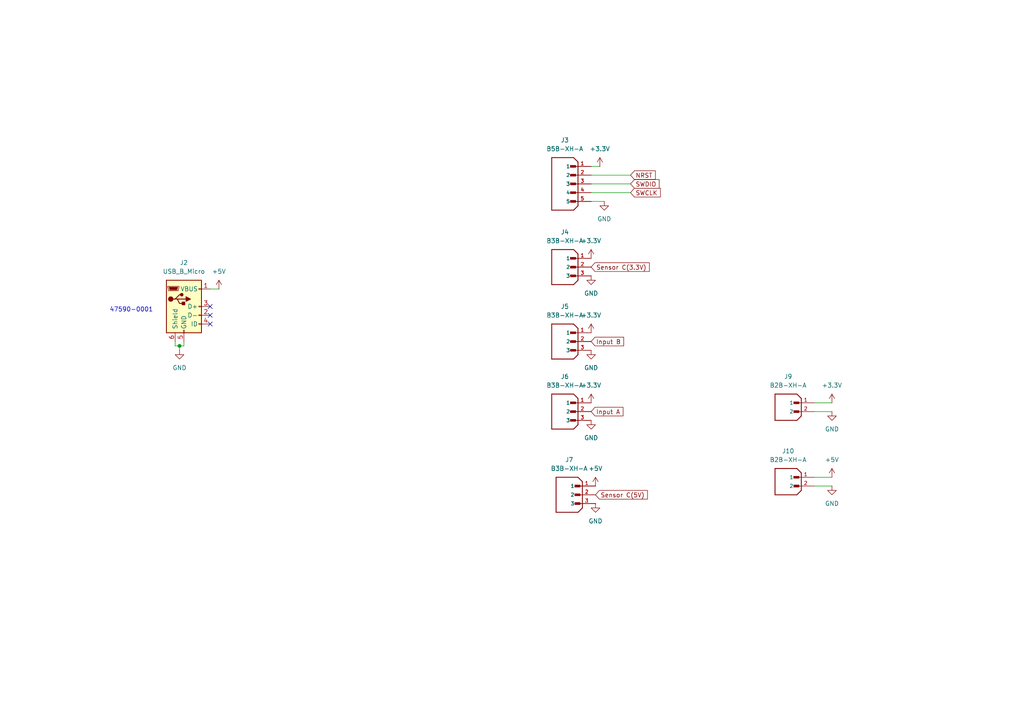
<source format=kicad_sch>
(kicad_sch (version 20250114) (generator "eeschema") (generator_version "9.0")
  (paper "A4")
  (lib_symbols
    (symbol "B2B-XH-A:B2B-XH-A" (pin_names (offset 1.016))
      (property "Reference" "J" (at -2.54 6.35 0))
      (property "Value" "B2B-XH-A" (at -2.54 -5.08 0))
      (symbol "B2B-XH-A_0_0"
        (polyline (pts (xy -3.81 3.81) (xy -3.81 -1.27)) (stroke (width 0.254)))
        (polyline (pts (xy -3.81 3.81) (xy -2.54 5.08)) (stroke (width 0.254)))
        (polyline (pts (xy -3.81 -1.27) (xy -2.54 -2.54)) (stroke (width 0.254)))
        (rectangle (start -3.175 2.2225) (end -1.5875 2.8575) (stroke (width 0.1)) (fill (type outline)))
        (rectangle (start -3.175 -0.3175) (end -1.5875 0.3175) (stroke (width 0.1)) (fill (type outline)))
        (polyline (pts (xy -2.54 -2.54) (xy 3.81 -2.54)) (stroke (width 0.254)))
        (polyline (pts (xy 3.81 5.08) (xy -2.54 5.08)) (stroke (width 0.254)))
        (polyline (pts (xy 3.81 -2.54) (xy 3.81 5.08)) (stroke (width 0.254)))
        (pin passive line (at -7.62 2.54 0) (length 5.08) (name "1") (number "1"))
        (pin passive line (at -7.62 0 0) (length 5.08) (name "2") (number "2"))
      )
    )
    (symbol "B3B-XH-A:B3B-XH-A" (pin_names (offset 1.016))
      (property "Reference" "J" (at -2.54 6.35 0))
      (property "Value" "B3B-XH-A" (at -2.54 -7.62 0))
      (symbol "B3B-XH-A_0_0"
        (polyline (pts (xy -3.81 3.81) (xy -3.81 -3.81)) (stroke (width 0.254)))
        (polyline (pts (xy -3.81 3.81) (xy -2.54 5.08)) (stroke (width 0.254)))
        (polyline (pts (xy -3.81 -3.81) (xy -2.54 -5.08)) (stroke (width 0.254)))
        (rectangle (start -3.175 2.2225) (end -1.5875 2.8575) (stroke (width 0.1)) (fill (type outline)))
        (rectangle (start -3.175 -0.3175) (end -1.5875 0.3175) (stroke (width 0.1)) (fill (type outline)))
        (rectangle (start -3.175 -2.8575) (end -1.5875 -2.2225) (stroke (width 0.1)) (fill (type outline)))
        (polyline (pts (xy -2.54 -5.08) (xy 3.81 -5.08)) (stroke (width 0.254)))
        (polyline (pts (xy 3.81 5.08) (xy -2.54 5.08)) (stroke (width 0.254)))
        (polyline (pts (xy 3.81 -5.08) (xy 3.81 5.08)) (stroke (width 0.254)))
        (pin passive line (at -7.62 2.54 0) (length 5.08) (name "1") (number "1"))
        (pin passive line (at -7.62 0 0) (length 5.08) (name "2") (number "2"))
        (pin passive line (at -7.62 -2.54 0) (length 5.08) (name "3") (number "3"))
      )
    )
    (symbol "B5B-XH-A:B5B-XH-A" (pin_names (offset 1.016))
      (property "Reference" "J" (at -2.54 8.89 0))
      (property "Value" "B5B-XH-A" (at -2.54 -10.16 0))
      (symbol "B5B-XH-A_0_0"
        (polyline (pts (xy -3.81 6.35) (xy -3.81 -6.35)) (stroke (width 0.254)))
        (polyline (pts (xy -3.81 6.35) (xy -2.54 7.62)) (stroke (width 0.254)))
        (polyline (pts (xy -3.81 -6.35) (xy -2.54 -7.62)) (stroke (width 0.254)))
        (rectangle (start -3.175 4.7625) (end -1.5875 5.3975) (stroke (width 0.1)) (fill (type outline)))
        (rectangle (start -3.175 2.2225) (end -1.5875 2.8575) (stroke (width 0.1)) (fill (type outline)))
        (rectangle (start -3.175 -0.3175) (end -1.5875 0.3175) (stroke (width 0.1)) (fill (type outline)))
        (rectangle (start -3.175 -2.8575) (end -1.5875 -2.2225) (stroke (width 0.1)) (fill (type outline)))
        (rectangle (start -3.175 -5.3975) (end -1.5875 -4.7625) (stroke (width 0.1)) (fill (type outline)))
        (polyline (pts (xy -2.54 -7.62) (xy 3.81 -7.62)) (stroke (width 0.254)))
        (polyline (pts (xy 3.81 7.62) (xy -2.54 7.62)) (stroke (width 0.254)))
        (polyline (pts (xy 3.81 -7.62) (xy 3.81 7.62)) (stroke (width 0.254)))
        (pin passive line (at -7.62 5.08 0) (length 5.08) (name "1") (number "1"))
        (pin passive line (at -7.62 2.54 0) (length 5.08) (name "2") (number "2"))
        (pin passive line (at -7.62 0 0) (length 5.08) (name "3") (number "3"))
        (pin passive line (at -7.62 -2.54 0) (length 5.08) (name "4") (number "4"))
        (pin passive line (at -7.62 -5.08 0) (length 5.08) (name "5") (number "5"))
      )
    )
    (symbol "Connector:USB_B_Micro" (pin_names (offset 1.016))
      (property "Reference" "J" (at -5.08 11.43 0))
      (property "Value" "USB_B_Micro" (at -5.08 8.89 0))
      (symbol "USB_B_Micro_0_1"
        (rectangle (start -5.08 -7.62) (end 5.08 7.62) (stroke (width 0.254)) (fill (type background)))
        (polyline (pts (xy -4.699 5.842) (xy -4.699 5.588) (xy -4.445 4.826) (xy -4.445 4.572) (xy -1.651 4.572) (xy -1.651 4.826) (xy -1.397 5.588) (xy -1.397 5.842) (xy -4.699 5.842)))
        (polyline (pts (xy -4.318 5.588) (xy -1.778 5.588) (xy -2.032 4.826) (xy -4.064 4.826) (xy -4.318 5.588)) (fill (type outline)))
        (circle (center -3.81 2.159) (radius 0.635) (stroke (width 0.254)) (fill (type outline)))
        (polyline (pts (xy -3.175 2.159) (xy -2.54 2.159) (xy -1.27 3.429) (xy -0.635 3.429)) (stroke (width 0.254)))
        (polyline (pts (xy -2.54 2.159) (xy -1.905 2.159) (xy -1.27 0.889) (xy 0 0.889)) (stroke (width 0.254)))
        (polyline (pts (xy -1.905 2.159) (xy 0.635 2.159)) (stroke (width 0.254)))
        (circle (center -0.635 3.429) (radius 0.381) (stroke (width 0.254)) (fill (type outline)))
        (rectangle (start -0.127 -7.62) (end 0.127 -6.858))
        (rectangle (start 0.254 1.27) (end -0.508 0.508) (stroke (width 0.254)) (fill (type outline)))
        (polyline (pts (xy 0.635 2.794) (xy 0.635 1.524) (xy 1.905 2.159) (xy 0.635 2.794)) (stroke (width 0.254)) (fill (type outline)))
        (rectangle (start 5.08 4.953) (end 4.318 5.207))
        (rectangle (start 5.08 -0.127) (end 4.318 0.127))
        (rectangle (start 5.08 -2.667) (end 4.318 -2.413))
        (rectangle (start 5.08 -5.207) (end 4.318 -4.953))
      )
      (symbol "USB_B_Micro_1_1"
        (pin passive line (at -2.54 -10.16 90) (length 2.54) (name "Shield") (number "6"))
        (pin power_out line (at 0 -10.16 90) (length 2.54) (name "GND") (number "5"))
        (pin power_out line (at 7.62 5.08 180) (length 2.54) (name "VBUS") (number "1"))
        (pin bidirectional line (at 7.62 0 180) (length 2.54) (name "D+") (number "3"))
        (pin bidirectional line (at 7.62 -2.54 180) (length 2.54) (name "D-") (number "2"))
        (pin passive line (at 7.62 -5.08 180) (length 2.54) (name "ID") (number "4"))
      )
    )
    (symbol "power:+3.3V" (power) (pin_numbers (hide yes)) (pin_names (offset 0) (hide yes))
      (property "Value" "+3.3V" (at 0 3.556 0))
      (symbol "+3.3V_0_1"
        (polyline (pts (xy -0.762 1.27) (xy 0 2.54)))
        (polyline (pts (xy 0 2.54) (xy 0.762 1.27)))
        (polyline (pts (xy 0 0) (xy 0 2.54)))
      )
      (symbol "+3.3V_1_1"
        (pin power_in line (at 0 0 90) (length 0) (name "~") (number "1"))
      )
    )
    (symbol "power:+5V" (power) (pin_numbers (hide yes)) (pin_names (offset 0) (hide yes))
      (property "Value" "+5V" (at 0 3.556 0))
      (symbol "+5V_0_1"
        (polyline (pts (xy -0.762 1.27) (xy 0 2.54)))
        (polyline (pts (xy 0 2.54) (xy 0.762 1.27)))
        (polyline (pts (xy 0 0) (xy 0 2.54)))
      )
      (symbol "+5V_1_1"
        (pin power_in line (at 0 0 90) (length 0) (name "~") (number "1"))
      )
    )
    (symbol "power:GND" (power) (pin_numbers (hide yes)) (pin_names (offset 0) (hide yes))
      (property "Value" "GND" (at 0 -3.81 0))
      (symbol "GND_0_1"
        (polyline (pts (xy 0 0) (xy 0 -1.27) (xy 1.27 -1.27) (xy 0 -2.54) (xy -1.27 -1.27) (xy 0 -1.27)))
      )
      (symbol "GND_1_1"
        (pin power_in line (at 0 0 270) (length 0) (name "~") (number "1"))
      )
    )
  )
  (text "47590-0001" (at 38.1 89.916 0) (effects (font (size 1.27 1.27))))
  (junction (at 52.07 100.33))
  (no_connect (at 60.96 93.98))
  (no_connect (at 60.96 91.44))
  (no_connect (at 60.96 88.9))
  (wire (pts (xy 171.45 58.42) (xy 175.26 58.42)))
  (wire (pts (xy 60.96 83.82) (xy 63.5 83.82)))
  (wire (pts (xy 236.22 140.97) (xy 241.3 140.97)))
  (wire (pts (xy 53.34 100.33) (xy 53.34 99.06)))
  (wire (pts (xy 236.22 116.84) (xy 241.3 116.84)))
  (wire (pts (xy 52.07 100.33) (xy 52.07 101.6)))
  (wire (pts (xy 52.07 100.33) (xy 53.34 100.33)))
  (wire (pts (xy 50.8 99.06) (xy 50.8 100.33)))
  (wire (pts (xy 182.88 53.34) (xy 171.45 53.34)))
  (wire (pts (xy 236.22 119.38) (xy 241.3 119.38)))
  (wire (pts (xy 236.22 138.43) (xy 241.3 138.43)))
  (wire (pts (xy 50.8 100.33) (xy 52.07 100.33)))
  (wire (pts (xy 171.45 48.26) (xy 173.99 48.26)))
  (wire (pts (xy 182.88 50.8) (xy 171.45 50.8)))
  (wire (pts (xy 182.88 55.88) (xy 171.45 55.88)))
  (global_label "SWDIO" (shape input) (at 182.88 53.34 0) (property "Intersheetrefs" "${INTERSHEET_REFS}" (effects (hide yes))))
  (global_label "SWCLK" (shape input) (at 182.88 55.88 0) (property "Intersheetrefs" "${INTERSHEET_REFS}" (effects (hide yes))))
  (global_label "Input B" (shape input) (at 171.45 99.06 0) (property "Intersheetrefs" "${INTERSHEET_REFS}" (effects (hide yes))))
  (global_label "NRST" (shape input) (at 182.88 50.8 0) (property "Intersheetrefs" "${INTERSHEET_REFS}" (effects (hide yes))))
  (global_label "Sensor C(3.3V)" (shape input) (at 171.45 77.47 0) (property "Intersheetrefs" "${INTERSHEET_REFS}" (effects (hide yes))))
  (global_label "Input A" (shape input) (at 171.45 119.38 0) (property "Intersheetrefs" "${INTERSHEET_REFS}" (effects (hide yes))))
  (global_label "Sensor C(5V)" (shape input) (at 172.72 143.51 0) (property "Intersheetrefs" "${INTERSHEET_REFS}" (effects (hide yes))))
  (symbol (lib_id "B3B-XH-A:B3B-XH-A") (at 163.83 119.38 0) (mirror y) (unit 1)
    (property "Reference" "J6" (at 163.83 109.22 0))
    (property "Value" "B3B-XH-A" (at 163.83 111.76 0))
    (property "Footprint" "Footprints:JST_B3B-XH-A" (effects (hide yes)))
    (property "PARTREV" "7/4/21" (effects (hide yes)))
    (property "STANDARD" "Manufacturer Recommendations" (effects (hide yes)))
    (property "MAXIMUM_PACKAGE_HEIGHT" "7.00 mm" (effects (hide yes)))
    (property "MANUFACTURER" "JST Sales America Inc." (effects (hide yes)))
  )
  (symbol (lib_id "power:+5V") (at 241.3 138.43 0) (unit 1)
    (property "Reference" "#PWR077" (effects (hide yes)))
    (property "Value" "+5V" (at 241.3 133.35 0))
    (property "Description" "Power symbol creates a global label with name \"+5V\"" (effects (hide yes)))
  )
  (symbol (lib_id "power:+5V") (at 63.5 83.82 0) (unit 1)
    (property "Reference" "#PWR032" (effects (hide yes)))
    (property "Value" "+5V" (at 63.5 78.74 0))
    (property "Description" "Power symbol creates a global label with name \"+5V\"" (effects (hide yes)))
  )
  (symbol (lib_id "B5B-XH-A:B5B-XH-A") (at 163.83 53.34 0) (mirror y) (unit 1)
    (property "Reference" "J3" (at 163.83 40.64 0))
    (property "Value" "B5B-XH-A" (at 163.83 43.18 0))
    (property "Footprint" "Footprints:JST_B5B-XH-A" (effects (hide yes)))
    (property "PARTREV" "7/4/21" (effects (hide yes)))
    (property "STANDARD" "Manufacturer Recommendations" (effects (hide yes)))
    (property "MAXIMUM_PACKAGE_HEIGHT" "7.00 mm" (effects (hide yes)))
    (property "MANUFACTURER" "JST" (effects (hide yes)))
  )
  (symbol (lib_id "power:+3.3V") (at 171.45 96.52 0) (unit 1)
    (property "Reference" "#PWR070" (effects (hide yes)))
    (property "Value" "+3.3V" (at 171.45 91.44 0))
    (property "Description" "Power symbol creates a global label with name \"+3.3V\"" (effects (hide yes)))
  )
  (symbol (lib_id "B3B-XH-A:B3B-XH-A") (at 163.83 77.47 0) (mirror y) (unit 1)
    (property "Reference" "J4" (at 163.83 67.31 0))
    (property "Value" "B3B-XH-A" (at 163.83 69.85 0))
    (property "Footprint" "Footprints:JST_B3B-XH-A" (effects (hide yes)))
    (property "PARTREV" "7/4/21" (effects (hide yes)))
    (property "STANDARD" "Manufacturer Recommendations" (effects (hide yes)))
    (property "MAXIMUM_PACKAGE_HEIGHT" "7.00 mm" (effects (hide yes)))
    (property "MANUFACTURER" "JST Sales America Inc." (effects (hide yes)))
  )
  (symbol (lib_id "power:+3.3V") (at 171.45 74.93 0) (unit 1)
    (property "Reference" "#PWR071" (effects (hide yes)))
    (property "Value" "+3.3V" (at 171.45 69.85 0))
    (property "Description" "Power symbol creates a global label with name \"+3.3V\"" (effects (hide yes)))
  )
  (symbol (lib_id "power:+3.3V") (at 171.45 116.84 0) (unit 1)
    (property "Reference" "#PWR069" (effects (hide yes)))
    (property "Value" "+3.3V" (at 171.45 111.76 0))
    (property "Description" "Power symbol creates a global label with name \"+3.3V\"" (effects (hide yes)))
  )
  (symbol (lib_id "B2B-XH-A:B2B-XH-A") (at 228.6 119.38 0) (mirror y) (unit 1)
    (property "Reference" "J9" (at 228.6 109.22 0))
    (property "Value" "B2B-XH-A" (at 228.6 111.76 0))
    (property "Footprint" "Footprints:JST_B2B-XH-A" (effects (hide yes)))
    (property "PARTREV" "N/A" (effects (hide yes)))
    (property "STANDARD" "Manufacturer Recommendations" (effects (hide yes)))
    (property "MAXIMUM_PACKAGE_HEIGHT" "7 mm" (effects (hide yes)))
    (property "MANUFACTURER" "JST Sales America Inc." (effects (hide yes)))
  )
  (symbol (lib_id "power:GND") (at 241.3 119.38 0) (unit 1)
    (property "Reference" "#PWR076" (effects (hide yes)))
    (property "Value" "GND" (at 241.3 124.46 0))
    (property "Description" "Power symbol creates a global label with name \"GND\" , ground" (effects (hide yes)))
  )
  (symbol (lib_id "power:GND") (at 241.3 140.97 0) (unit 1)
    (property "Reference" "#PWR078" (effects (hide yes)))
    (property "Value" "GND" (at 241.3 146.05 0))
    (property "Description" "Power symbol creates a global label with name \"GND\" , ground" (effects (hide yes)))
  )
  (symbol (lib_id "B2B-XH-A:B2B-XH-A") (at 228.6 140.97 0) (mirror y) (unit 1)
    (property "Reference" "J10" (at 228.6 130.81 0))
    (property "Value" "B2B-XH-A" (at 228.6 133.35 0))
    (property "Footprint" "Footprints:JST_B2B-XH-A" (effects (hide yes)))
    (property "PARTREV" "N/A" (effects (hide yes)))
    (property "STANDARD" "Manufacturer Recommendations" (effects (hide yes)))
    (property "MAXIMUM_PACKAGE_HEIGHT" "7 mm" (effects (hide yes)))
    (property "MANUFACTURER" "JST Sales America Inc." (effects (hide yes)))
  )
  (symbol (lib_id "power:GND") (at 171.45 121.92 0) (unit 1)
    (property "Reference" "#PWR068" (effects (hide yes)))
    (property "Value" "GND" (at 171.45 127 0))
    (property "Description" "Power symbol creates a global label with name \"GND\" , ground" (effects (hide yes)))
  )
  (symbol (lib_id "power:GND") (at 52.07 101.6 0) (unit 1)
    (property "Reference" "#PWR033" (effects (hide yes)))
    (property "Value" "GND" (at 52.07 106.68 0))
    (property "Description" "Power symbol creates a global label with name \"GND\" , ground" (effects (hide yes)))
  )
  (symbol (lib_id "power:GND") (at 171.45 80.01 0) (unit 1)
    (property "Reference" "#PWR072" (effects (hide yes)))
    (property "Value" "GND" (at 171.45 85.09 0))
    (property "Description" "Power symbol creates a global label with name \"GND\" , ground" (effects (hide yes)))
  )
  (symbol (lib_id "power:+5V") (at 172.72 140.97 0) (unit 1)
    (property "Reference" "#PWR073" (effects (hide yes)))
    (property "Value" "+5V" (at 172.72 135.89 0))
    (property "Description" "Power symbol creates a global label with name \"+5V\"" (effects (hide yes)))
  )
  (symbol (lib_id "power:+3.3V") (at 241.3 116.84 0) (unit 1)
    (property "Reference" "#PWR075" (effects (hide yes)))
    (property "Value" "+3.3V" (at 241.3 111.76 0))
    (property "Description" "Power symbol creates a global label with name \"+3.3V\"" (effects (hide yes)))
  )
  (symbol (lib_id "power:+3.3V") (at 173.99 48.26 0) (unit 1)
    (property "Reference" "#PWR065" (effects (hide yes)))
    (property "Value" "+3.3V" (at 173.99 43.18 0))
    (property "Description" "Power symbol creates a global label with name \"+3.3V\"" (effects (hide yes)))
  )
  (symbol (lib_id "B3B-XH-A:B3B-XH-A") (at 165.1 143.51 0) (mirror y) (unit 1)
    (property "Reference" "J7" (at 165.1 133.35 0))
    (property "Value" "B3B-XH-A" (at 165.1 135.89 0))
    (property "Footprint" "Footprints:JST_B3B-XH-A" (effects (hide yes)))
    (property "PARTREV" "7/4/21" (effects (hide yes)))
    (property "STANDARD" "Manufacturer Recommendations" (effects (hide yes)))
    (property "MAXIMUM_PACKAGE_HEIGHT" "7.00 mm" (effects (hide yes)))
    (property "MANUFACTURER" "JST Sales America Inc." (effects (hide yes)))
  )
  (symbol (lib_id "power:GND") (at 172.72 146.05 0) (unit 1)
    (property "Reference" "#PWR074" (effects (hide yes)))
    (property "Value" "GND" (at 172.72 151.13 0))
    (property "Description" "Power symbol creates a global label with name \"GND\" , ground" (effects (hide yes)))
  )
  (symbol (lib_id "B3B-XH-A:B3B-XH-A") (at 163.83 99.06 0) (mirror y) (unit 1)
    (property "Reference" "J5" (at 163.83 88.9 0))
    (property "Value" "B3B-XH-A" (at 163.83 91.44 0))
    (property "Footprint" "Footprints:JST_B3B-XH-A" (effects (hide yes)))
    (property "PARTREV" "7/4/21" (effects (hide yes)))
    (property "STANDARD" "Manufacturer Recommendations" (effects (hide yes)))
    (property "MAXIMUM_PACKAGE_HEIGHT" "7.00 mm" (effects (hide yes)))
    (property "MANUFACTURER" "JST Sales America Inc." (effects (hide yes)))
  )
  (symbol (lib_id "power:GND") (at 171.45 101.6 0) (unit 1)
    (property "Reference" "#PWR067" (effects (hide yes)))
    (property "Value" "GND" (at 171.45 106.68 0))
    (property "Description" "Power symbol creates a global label with name \"GND\" , ground" (effects (hide yes)))
  )
  (symbol (lib_id "power:GND") (at 175.26 58.42 0) (unit 1)
    (property "Reference" "#PWR066" (effects (hide yes)))
    (property "Value" "GND" (at 175.26 63.5 0))
    (property "Description" "Power symbol creates a global label with name \"GND\" , ground" (effects (hide yes)))
  )
  (symbol (lib_id "Connector:USB_B_Micro") (at 53.34 88.9 0) (unit 1)
    (property "Reference" "J2" (at 53.34 76.2 0))
    (property "Value" "USB_B_Micro" (at 53.34 78.74 0))
    (property "Footprint" "Connector_USB:USB_Micro-AB_Molex_47590-0001" (effects (hide yes)))
    (property "Description" "USB Micro Type B connector" (effects (hide yes)))
  )
)
</source>
